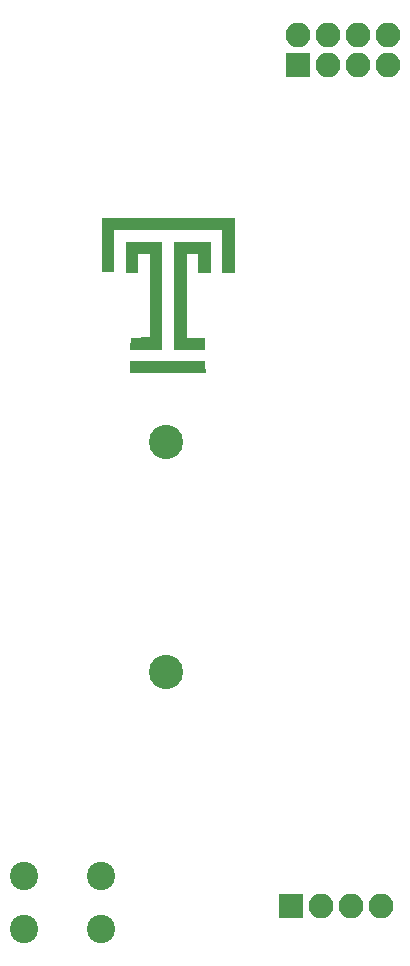
<source format=gbr>
G04 #@! TF.GenerationSoftware,KiCad,Pcbnew,(5.0.0)*
G04 #@! TF.CreationDate,2020-02-18T19:39:13-05:00*
G04 #@! TF.ProjectId,WS2812B Tiny T,575332383132422054696E7920542E6B,rev?*
G04 #@! TF.SameCoordinates,Original*
G04 #@! TF.FileFunction,Soldermask,Bot*
G04 #@! TF.FilePolarity,Negative*
%FSLAX46Y46*%
G04 Gerber Fmt 4.6, Leading zero omitted, Abs format (unit mm)*
G04 Created by KiCad (PCBNEW (5.0.0)) date 02/18/20 19:39:13*
%MOMM*%
%LPD*%
G01*
G04 APERTURE LIST*
%ADD10C,0.010000*%
%ADD11C,2.900000*%
%ADD12O,2.100000X2.100000*%
%ADD13R,2.100000X2.100000*%
%ADD14C,2.400000*%
G04 APERTURE END LIST*
D10*
G04 #@! TO.C,G\002A\002A\002A*
G36*
X122097800Y-82969100D02*
X122097800Y-87439500D01*
X122567049Y-87454097D01*
X123036297Y-87468695D01*
X123049649Y-85676097D01*
X123063000Y-83883500D01*
X132257800Y-83883500D01*
X132284484Y-87515700D01*
X133248400Y-87515700D01*
X133248400Y-82943252D01*
X122097800Y-82969100D01*
X122097800Y-82969100D01*
G37*
X122097800Y-82969100D02*
X122097800Y-87439500D01*
X122567049Y-87454097D01*
X123036297Y-87468695D01*
X123049649Y-85676097D01*
X123063000Y-83883500D01*
X132257800Y-83883500D01*
X132284484Y-87515700D01*
X133248400Y-87515700D01*
X133248400Y-82943252D01*
X122097800Y-82969100D01*
G36*
X124116213Y-86232999D02*
X124129800Y-87490300D01*
X125044200Y-87490300D01*
X125058224Y-86715600D01*
X125072247Y-85940900D01*
X126136400Y-85940900D01*
X126136400Y-93050320D01*
X124536200Y-93078300D01*
X124506988Y-94018100D01*
X127101600Y-94018100D01*
X127101600Y-84975700D01*
X125602113Y-84975699D01*
X124102626Y-84975699D01*
X124116213Y-86232999D01*
X124116213Y-86232999D01*
G37*
X124116213Y-86232999D02*
X124129800Y-87490300D01*
X125044200Y-87490300D01*
X125058224Y-86715600D01*
X125072247Y-85940900D01*
X126136400Y-85940900D01*
X126136400Y-93050320D01*
X124536200Y-93078300D01*
X124506988Y-94018100D01*
X127101600Y-94018100D01*
X127101600Y-84975700D01*
X125602113Y-84975699D01*
X124102626Y-84975699D01*
X124116213Y-86232999D01*
G36*
X128218050Y-85001100D02*
X128218084Y-94021682D01*
X129493495Y-94032591D01*
X129842096Y-94034601D01*
X130155188Y-94034545D01*
X130419051Y-94032578D01*
X130619967Y-94028855D01*
X130744217Y-94023530D01*
X130779262Y-94018100D01*
X130783076Y-93959211D01*
X130784476Y-93823361D01*
X130783320Y-93635161D01*
X130781985Y-93543310D01*
X130774353Y-93093920D01*
X129979377Y-93101045D01*
X129184400Y-93108170D01*
X129184400Y-85940900D01*
X130251200Y-85940900D01*
X130251200Y-87515700D01*
X131216400Y-87515700D01*
X131216400Y-84974188D01*
X128218050Y-85001100D01*
X128218050Y-85001100D01*
G37*
X128218050Y-85001100D02*
X128218084Y-94021682D01*
X129493495Y-94032591D01*
X129842096Y-94034601D01*
X130155188Y-94034545D01*
X130419051Y-94032578D01*
X130619967Y-94028855D01*
X130744217Y-94023530D01*
X130779262Y-94018100D01*
X130783076Y-93959211D01*
X130784476Y-93823361D01*
X130783320Y-93635161D01*
X130781985Y-93543310D01*
X130774353Y-93093920D01*
X129979377Y-93101045D01*
X129184400Y-93108170D01*
X129184400Y-85940900D01*
X130251200Y-85940900D01*
X130251200Y-87515700D01*
X131216400Y-87515700D01*
X131216400Y-84974188D01*
X128218050Y-85001100D01*
G36*
X124510800Y-95999300D02*
X130823294Y-95999300D01*
X130791806Y-95808800D01*
X130772761Y-95640305D01*
X130761249Y-95436158D01*
X130759760Y-95351600D01*
X130759200Y-95084900D01*
X124510800Y-95084900D01*
X124510800Y-95999300D01*
X124510800Y-95999300D01*
G37*
X124510800Y-95999300D02*
X130823294Y-95999300D01*
X130791806Y-95808800D01*
X130772761Y-95640305D01*
X130761249Y-95436158D01*
X130759760Y-95351600D01*
X130759200Y-95084900D01*
X124510800Y-95084900D01*
X124510800Y-95999300D01*
G04 #@! TD*
D11*
G04 #@! TO.C,J1*
X127512000Y-121412000D03*
X127512000Y-101912000D03*
G04 #@! TD*
D12*
G04 #@! TO.C,J2*
X145732000Y-141222500D03*
X143192000Y-141222500D03*
X140652000Y-141222500D03*
D13*
X138112000Y-141222500D03*
G04 #@! TD*
D14*
G04 #@! TO.C,SW1*
X122000000Y-138622500D03*
X122000000Y-143122500D03*
X115500000Y-138622500D03*
X115500000Y-143122500D03*
G04 #@! TD*
D12*
G04 #@! TO.C,J3*
X146300000Y-67453500D03*
X146300000Y-69993500D03*
X143760000Y-67453500D03*
X143760000Y-69993500D03*
X141220000Y-67453500D03*
X141220000Y-69993500D03*
X138680000Y-67453500D03*
D13*
X138680000Y-69993500D03*
G04 #@! TD*
M02*

</source>
